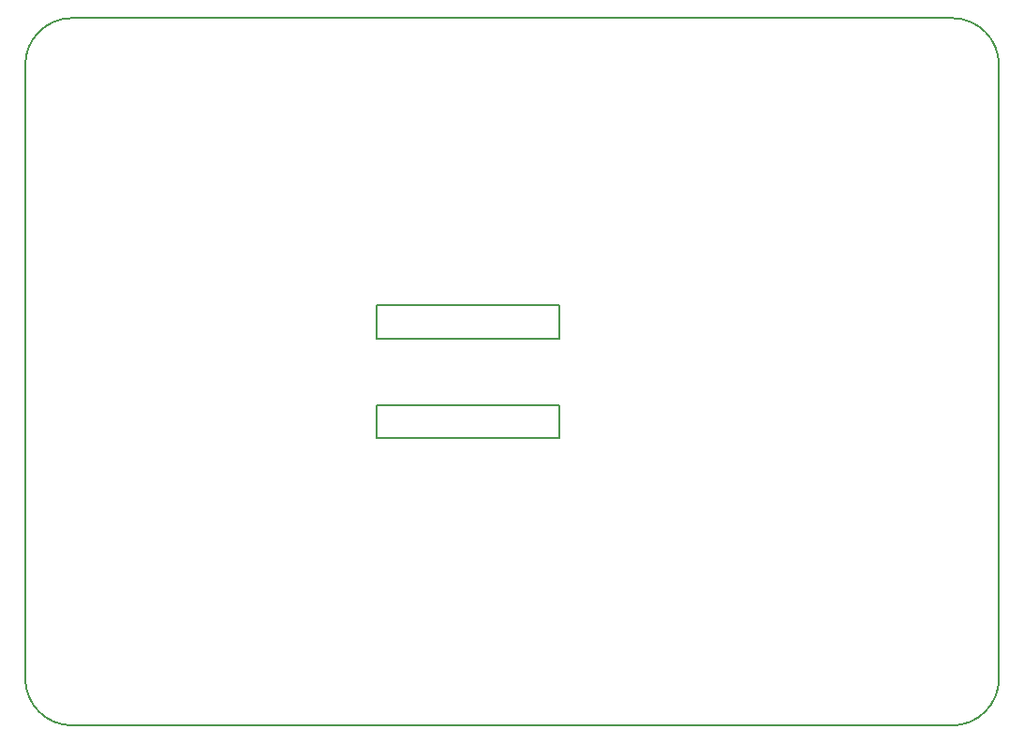
<source format=gbr>
%TF.GenerationSoftware,KiCad,Pcbnew,5.0.1*%
%TF.CreationDate,2019-02-10T21:41:56-05:00*%
%TF.ProjectId,board2,626F617264322E6B696361645F706362,rev?*%
%TF.SameCoordinates,PX5f5e100PY5f5e100*%
%TF.FileFunction,Profile,NP*%
%FSLAX46Y46*%
G04 Gerber Fmt 4.6, Leading zero omitted, Abs format (unit mm)*
G04 Created by KiCad (PCBNEW 5.0.1) date Sun 10 Feb 2019 09:41:56 PM EST*
%MOMM*%
%LPD*%
G01*
G04 APERTURE LIST*
%ADD10C,0.150000*%
G04 APERTURE END LIST*
D10*
X-40000000Y27750000D02*
G75*
G02X-35750000Y32000000I4250000J0D01*
G01*
X-35750000Y-32000000D02*
G75*
G02X-40000000Y-27750000I0J4250000D01*
G01*
X48000000Y-27750000D02*
G75*
G02X43750000Y-32000000I-4250000J0D01*
G01*
X43750000Y32000000D02*
G75*
G02X48000000Y27750000I0J-4250000D01*
G01*
X-40000000Y27750000D02*
X-40000000Y-27750000D01*
X43750000Y32000000D02*
X-35750000Y32000000D01*
X48000000Y-27750000D02*
X48000000Y27750000D01*
X-35750000Y-32000000D02*
X43750000Y-32000000D01*
X8250000Y-6000000D02*
X-8250000Y-6000000D01*
X8250000Y-3000000D02*
X8250000Y-6000000D01*
X-8250000Y-3000000D02*
X8250000Y-3000000D01*
X-8250000Y-6000000D02*
X-8250000Y-3000000D01*
X8250000Y6000000D02*
X-8250000Y6000000D01*
X-8250000Y3000000D02*
X-8250000Y6000000D01*
X8250000Y3000000D02*
X-8250000Y3000000D01*
X8250000Y6000000D02*
X8250000Y3000000D01*
M02*

</source>
